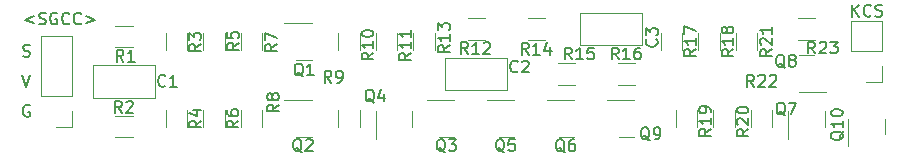
<source format=gbr>
%TF.GenerationSoftware,KiCad,Pcbnew,(6.0.10)*%
%TF.CreationDate,2023-01-19T16:24:11+09:00*%
%TF.ProjectId,Test2,54657374-322e-46b6-9963-61645f706362,rev?*%
%TF.SameCoordinates,Original*%
%TF.FileFunction,Legend,Top*%
%TF.FilePolarity,Positive*%
%FSLAX46Y46*%
G04 Gerber Fmt 4.6, Leading zero omitted, Abs format (unit mm)*
G04 Created by KiCad (PCBNEW (6.0.10)) date 2023-01-19 16:24:11*
%MOMM*%
%LPD*%
G01*
G04 APERTURE LIST*
%ADD10C,0.150000*%
%ADD11C,0.120000*%
G04 APERTURE END LIST*
D10*
X27935514Y-17362514D02*
X27173609Y-17648228D01*
X27935514Y-17933942D01*
X28364085Y-17981561D02*
X28506942Y-18029180D01*
X28745038Y-18029180D01*
X28840276Y-17981561D01*
X28887895Y-17933942D01*
X28935514Y-17838704D01*
X28935514Y-17743466D01*
X28887895Y-17648228D01*
X28840276Y-17600609D01*
X28745038Y-17552990D01*
X28554561Y-17505371D01*
X28459323Y-17457752D01*
X28411704Y-17410133D01*
X28364085Y-17314895D01*
X28364085Y-17219657D01*
X28411704Y-17124419D01*
X28459323Y-17076800D01*
X28554561Y-17029180D01*
X28792657Y-17029180D01*
X28935514Y-17076800D01*
X29887895Y-17076800D02*
X29792657Y-17029180D01*
X29649799Y-17029180D01*
X29506942Y-17076800D01*
X29411704Y-17172038D01*
X29364085Y-17267276D01*
X29316466Y-17457752D01*
X29316466Y-17600609D01*
X29364085Y-17791085D01*
X29411704Y-17886323D01*
X29506942Y-17981561D01*
X29649799Y-18029180D01*
X29745038Y-18029180D01*
X29887895Y-17981561D01*
X29935514Y-17933942D01*
X29935514Y-17600609D01*
X29745038Y-17600609D01*
X30935514Y-17933942D02*
X30887895Y-17981561D01*
X30745038Y-18029180D01*
X30649799Y-18029180D01*
X30506942Y-17981561D01*
X30411704Y-17886323D01*
X30364085Y-17791085D01*
X30316466Y-17600609D01*
X30316466Y-17457752D01*
X30364085Y-17267276D01*
X30411704Y-17172038D01*
X30506942Y-17076800D01*
X30649799Y-17029180D01*
X30745038Y-17029180D01*
X30887895Y-17076800D01*
X30935514Y-17124419D01*
X31935514Y-17933942D02*
X31887895Y-17981561D01*
X31745038Y-18029180D01*
X31649799Y-18029180D01*
X31506942Y-17981561D01*
X31411704Y-17886323D01*
X31364085Y-17791085D01*
X31316466Y-17600609D01*
X31316466Y-17457752D01*
X31364085Y-17267276D01*
X31411704Y-17172038D01*
X31506942Y-17076800D01*
X31649799Y-17029180D01*
X31745038Y-17029180D01*
X31887895Y-17076800D01*
X31935514Y-17124419D01*
X32364085Y-17362514D02*
X33125990Y-17648228D01*
X32364085Y-17933942D01*
X26971666Y-22312380D02*
X27305000Y-23312380D01*
X27638333Y-22312380D01*
X27019285Y-20724761D02*
X27162142Y-20772380D01*
X27400238Y-20772380D01*
X27495476Y-20724761D01*
X27543095Y-20677142D01*
X27590714Y-20581904D01*
X27590714Y-20486666D01*
X27543095Y-20391428D01*
X27495476Y-20343809D01*
X27400238Y-20296190D01*
X27209761Y-20248571D01*
X27114523Y-20200952D01*
X27066904Y-20153333D01*
X27019285Y-20058095D01*
X27019285Y-19962857D01*
X27066904Y-19867619D01*
X27114523Y-19820000D01*
X27209761Y-19772380D01*
X27447857Y-19772380D01*
X27590714Y-19820000D01*
%TO.C,C1*%
X39076333Y-23217142D02*
X39028714Y-23264761D01*
X38885857Y-23312380D01*
X38790619Y-23312380D01*
X38647761Y-23264761D01*
X38552523Y-23169523D01*
X38504904Y-23074285D01*
X38457285Y-22883809D01*
X38457285Y-22740952D01*
X38504904Y-22550476D01*
X38552523Y-22455238D01*
X38647761Y-22360000D01*
X38790619Y-22312380D01*
X38885857Y-22312380D01*
X39028714Y-22360000D01*
X39076333Y-22407619D01*
X40028714Y-23312380D02*
X39457285Y-23312380D01*
X39743000Y-23312380D02*
X39743000Y-22312380D01*
X39647761Y-22455238D01*
X39552523Y-22550476D01*
X39457285Y-22598095D01*
%TO.C,C3*%
X80646542Y-19292866D02*
X80694161Y-19340485D01*
X80741780Y-19483342D01*
X80741780Y-19578580D01*
X80694161Y-19721438D01*
X80598923Y-19816676D01*
X80503685Y-19864295D01*
X80313209Y-19911914D01*
X80170352Y-19911914D01*
X79979876Y-19864295D01*
X79884638Y-19816676D01*
X79789400Y-19721438D01*
X79741780Y-19578580D01*
X79741780Y-19483342D01*
X79789400Y-19340485D01*
X79837019Y-19292866D01*
X79741780Y-18959533D02*
X79741780Y-18340485D01*
X80122733Y-18673819D01*
X80122733Y-18530961D01*
X80170352Y-18435723D01*
X80217971Y-18388104D01*
X80313209Y-18340485D01*
X80551304Y-18340485D01*
X80646542Y-18388104D01*
X80694161Y-18435723D01*
X80741780Y-18530961D01*
X80741780Y-18816676D01*
X80694161Y-18911914D01*
X80646542Y-18959533D01*
%TO.C,C2*%
X68895933Y-21997942D02*
X68848314Y-22045561D01*
X68705457Y-22093180D01*
X68610219Y-22093180D01*
X68467361Y-22045561D01*
X68372123Y-21950323D01*
X68324504Y-21855085D01*
X68276885Y-21664609D01*
X68276885Y-21521752D01*
X68324504Y-21331276D01*
X68372123Y-21236038D01*
X68467361Y-21140800D01*
X68610219Y-21093180D01*
X68705457Y-21093180D01*
X68848314Y-21140800D01*
X68895933Y-21188419D01*
X69276885Y-21188419D02*
X69324504Y-21140800D01*
X69419742Y-21093180D01*
X69657838Y-21093180D01*
X69753076Y-21140800D01*
X69800695Y-21188419D01*
X69848314Y-21283657D01*
X69848314Y-21378895D01*
X69800695Y-21521752D01*
X69229266Y-22093180D01*
X69848314Y-22093180D01*
%TO.C,KCS*%
X97237704Y-17368780D02*
X97237704Y-16368780D01*
X97809133Y-17368780D02*
X97380561Y-16797352D01*
X97809133Y-16368780D02*
X97237704Y-16940209D01*
X98809133Y-17273542D02*
X98761514Y-17321161D01*
X98618657Y-17368780D01*
X98523419Y-17368780D01*
X98380561Y-17321161D01*
X98285323Y-17225923D01*
X98237704Y-17130685D01*
X98190085Y-16940209D01*
X98190085Y-16797352D01*
X98237704Y-16606876D01*
X98285323Y-16511638D01*
X98380561Y-16416400D01*
X98523419Y-16368780D01*
X98618657Y-16368780D01*
X98761514Y-16416400D01*
X98809133Y-16464019D01*
X99190085Y-17321161D02*
X99332942Y-17368780D01*
X99571038Y-17368780D01*
X99666276Y-17321161D01*
X99713895Y-17273542D01*
X99761514Y-17178304D01*
X99761514Y-17083066D01*
X99713895Y-16987828D01*
X99666276Y-16940209D01*
X99571038Y-16892590D01*
X99380561Y-16844971D01*
X99285323Y-16797352D01*
X99237704Y-16749733D01*
X99190085Y-16654495D01*
X99190085Y-16559257D01*
X99237704Y-16464019D01*
X99285323Y-16416400D01*
X99380561Y-16368780D01*
X99618657Y-16368780D01*
X99761514Y-16416400D01*
%TO.C,G*%
X27566904Y-24900000D02*
X27471666Y-24852380D01*
X27328809Y-24852380D01*
X27185952Y-24900000D01*
X27090714Y-24995238D01*
X27043095Y-25090476D01*
X26995476Y-25280952D01*
X26995476Y-25423809D01*
X27043095Y-25614285D01*
X27090714Y-25709523D01*
X27185952Y-25804761D01*
X27328809Y-25852380D01*
X27424047Y-25852380D01*
X27566904Y-25804761D01*
X27614523Y-25757142D01*
X27614523Y-25423809D01*
X27424047Y-25423809D01*
%TO.C,Q10*%
X96508819Y-27089028D02*
X96461200Y-27184266D01*
X96365961Y-27279504D01*
X96223104Y-27422361D01*
X96175485Y-27517600D01*
X96175485Y-27612838D01*
X96413580Y-27565219D02*
X96365961Y-27660457D01*
X96270723Y-27755695D01*
X96080247Y-27803314D01*
X95746914Y-27803314D01*
X95556438Y-27755695D01*
X95461200Y-27660457D01*
X95413580Y-27565219D01*
X95413580Y-27374742D01*
X95461200Y-27279504D01*
X95556438Y-27184266D01*
X95746914Y-27136647D01*
X96080247Y-27136647D01*
X96270723Y-27184266D01*
X96365961Y-27279504D01*
X96413580Y-27374742D01*
X96413580Y-27565219D01*
X96413580Y-26184266D02*
X96413580Y-26755695D01*
X96413580Y-26469980D02*
X95413580Y-26469980D01*
X95556438Y-26565219D01*
X95651676Y-26660457D01*
X95699295Y-26755695D01*
X95413580Y-25565219D02*
X95413580Y-25469980D01*
X95461200Y-25374742D01*
X95508819Y-25327123D01*
X95604057Y-25279504D01*
X95794533Y-25231885D01*
X96032628Y-25231885D01*
X96223104Y-25279504D01*
X96318342Y-25327123D01*
X96365961Y-25374742D01*
X96413580Y-25469980D01*
X96413580Y-25565219D01*
X96365961Y-25660457D01*
X96318342Y-25708076D01*
X96223104Y-25755695D01*
X96032628Y-25803314D01*
X95794533Y-25803314D01*
X95604057Y-25755695D01*
X95508819Y-25708076D01*
X95461200Y-25660457D01*
X95413580Y-25565219D01*
%TO.C,Q9*%
X80067161Y-27852619D02*
X79971923Y-27805000D01*
X79876685Y-27709761D01*
X79733828Y-27566904D01*
X79638590Y-27519285D01*
X79543352Y-27519285D01*
X79590971Y-27757380D02*
X79495733Y-27709761D01*
X79400495Y-27614523D01*
X79352876Y-27424047D01*
X79352876Y-27090714D01*
X79400495Y-26900238D01*
X79495733Y-26805000D01*
X79590971Y-26757380D01*
X79781447Y-26757380D01*
X79876685Y-26805000D01*
X79971923Y-26900238D01*
X80019542Y-27090714D01*
X80019542Y-27424047D01*
X79971923Y-27614523D01*
X79876685Y-27709761D01*
X79781447Y-27757380D01*
X79590971Y-27757380D01*
X80495733Y-27757380D02*
X80686209Y-27757380D01*
X80781447Y-27709761D01*
X80829066Y-27662142D01*
X80924304Y-27519285D01*
X80971923Y-27328809D01*
X80971923Y-26947857D01*
X80924304Y-26852619D01*
X80876685Y-26805000D01*
X80781447Y-26757380D01*
X80590971Y-26757380D01*
X80495733Y-26805000D01*
X80448114Y-26852619D01*
X80400495Y-26947857D01*
X80400495Y-27185952D01*
X80448114Y-27281190D01*
X80495733Y-27328809D01*
X80590971Y-27376428D01*
X80781447Y-27376428D01*
X80876685Y-27328809D01*
X80924304Y-27281190D01*
X80971923Y-27185952D01*
%TO.C,Q8*%
X91522561Y-21705819D02*
X91427323Y-21658200D01*
X91332085Y-21562961D01*
X91189228Y-21420104D01*
X91093990Y-21372485D01*
X90998752Y-21372485D01*
X91046371Y-21610580D02*
X90951133Y-21562961D01*
X90855895Y-21467723D01*
X90808276Y-21277247D01*
X90808276Y-20943914D01*
X90855895Y-20753438D01*
X90951133Y-20658200D01*
X91046371Y-20610580D01*
X91236847Y-20610580D01*
X91332085Y-20658200D01*
X91427323Y-20753438D01*
X91474942Y-20943914D01*
X91474942Y-21277247D01*
X91427323Y-21467723D01*
X91332085Y-21562961D01*
X91236847Y-21610580D01*
X91046371Y-21610580D01*
X92046371Y-21039152D02*
X91951133Y-20991533D01*
X91903514Y-20943914D01*
X91855895Y-20848676D01*
X91855895Y-20801057D01*
X91903514Y-20705819D01*
X91951133Y-20658200D01*
X92046371Y-20610580D01*
X92236847Y-20610580D01*
X92332085Y-20658200D01*
X92379704Y-20705819D01*
X92427323Y-20801057D01*
X92427323Y-20848676D01*
X92379704Y-20943914D01*
X92332085Y-20991533D01*
X92236847Y-21039152D01*
X92046371Y-21039152D01*
X91951133Y-21086771D01*
X91903514Y-21134390D01*
X91855895Y-21229628D01*
X91855895Y-21420104D01*
X91903514Y-21515342D01*
X91951133Y-21562961D01*
X92046371Y-21610580D01*
X92236847Y-21610580D01*
X92332085Y-21562961D01*
X92379704Y-21515342D01*
X92427323Y-21420104D01*
X92427323Y-21229628D01*
X92379704Y-21134390D01*
X92332085Y-21086771D01*
X92236847Y-21039152D01*
%TO.C,Q7*%
X91547961Y-25744419D02*
X91452723Y-25696800D01*
X91357485Y-25601561D01*
X91214628Y-25458704D01*
X91119390Y-25411085D01*
X91024152Y-25411085D01*
X91071771Y-25649180D02*
X90976533Y-25601561D01*
X90881295Y-25506323D01*
X90833676Y-25315847D01*
X90833676Y-24982514D01*
X90881295Y-24792038D01*
X90976533Y-24696800D01*
X91071771Y-24649180D01*
X91262247Y-24649180D01*
X91357485Y-24696800D01*
X91452723Y-24792038D01*
X91500342Y-24982514D01*
X91500342Y-25315847D01*
X91452723Y-25506323D01*
X91357485Y-25601561D01*
X91262247Y-25649180D01*
X91071771Y-25649180D01*
X91833676Y-24649180D02*
X92500342Y-24649180D01*
X92071771Y-25649180D01*
%TO.C,Q6*%
X72878961Y-28868619D02*
X72783723Y-28821000D01*
X72688485Y-28725761D01*
X72545628Y-28582904D01*
X72450390Y-28535285D01*
X72355152Y-28535285D01*
X72402771Y-28773380D02*
X72307533Y-28725761D01*
X72212295Y-28630523D01*
X72164676Y-28440047D01*
X72164676Y-28106714D01*
X72212295Y-27916238D01*
X72307533Y-27821000D01*
X72402771Y-27773380D01*
X72593247Y-27773380D01*
X72688485Y-27821000D01*
X72783723Y-27916238D01*
X72831342Y-28106714D01*
X72831342Y-28440047D01*
X72783723Y-28630523D01*
X72688485Y-28725761D01*
X72593247Y-28773380D01*
X72402771Y-28773380D01*
X73688485Y-27773380D02*
X73498009Y-27773380D01*
X73402771Y-27821000D01*
X73355152Y-27868619D01*
X73259914Y-28011476D01*
X73212295Y-28201952D01*
X73212295Y-28582904D01*
X73259914Y-28678142D01*
X73307533Y-28725761D01*
X73402771Y-28773380D01*
X73593247Y-28773380D01*
X73688485Y-28725761D01*
X73736104Y-28678142D01*
X73783723Y-28582904D01*
X73783723Y-28344809D01*
X73736104Y-28249571D01*
X73688485Y-28201952D01*
X73593247Y-28154333D01*
X73402771Y-28154333D01*
X73307533Y-28201952D01*
X73259914Y-28249571D01*
X73212295Y-28344809D01*
%TO.C,Q5*%
X67773561Y-28843219D02*
X67678323Y-28795600D01*
X67583085Y-28700361D01*
X67440228Y-28557504D01*
X67344990Y-28509885D01*
X67249752Y-28509885D01*
X67297371Y-28747980D02*
X67202133Y-28700361D01*
X67106895Y-28605123D01*
X67059276Y-28414647D01*
X67059276Y-28081314D01*
X67106895Y-27890838D01*
X67202133Y-27795600D01*
X67297371Y-27747980D01*
X67487847Y-27747980D01*
X67583085Y-27795600D01*
X67678323Y-27890838D01*
X67725942Y-28081314D01*
X67725942Y-28414647D01*
X67678323Y-28605123D01*
X67583085Y-28700361D01*
X67487847Y-28747980D01*
X67297371Y-28747980D01*
X68630704Y-27747980D02*
X68154514Y-27747980D01*
X68106895Y-28224171D01*
X68154514Y-28176552D01*
X68249752Y-28128933D01*
X68487847Y-28128933D01*
X68583085Y-28176552D01*
X68630704Y-28224171D01*
X68678323Y-28319409D01*
X68678323Y-28557504D01*
X68630704Y-28652742D01*
X68583085Y-28700361D01*
X68487847Y-28747980D01*
X68249752Y-28747980D01*
X68154514Y-28700361D01*
X68106895Y-28652742D01*
%TO.C,Q4*%
X56749961Y-24652219D02*
X56654723Y-24604600D01*
X56559485Y-24509361D01*
X56416628Y-24366504D01*
X56321390Y-24318885D01*
X56226152Y-24318885D01*
X56273771Y-24556980D02*
X56178533Y-24509361D01*
X56083295Y-24414123D01*
X56035676Y-24223647D01*
X56035676Y-23890314D01*
X56083295Y-23699838D01*
X56178533Y-23604600D01*
X56273771Y-23556980D01*
X56464247Y-23556980D01*
X56559485Y-23604600D01*
X56654723Y-23699838D01*
X56702342Y-23890314D01*
X56702342Y-24223647D01*
X56654723Y-24414123D01*
X56559485Y-24509361D01*
X56464247Y-24556980D01*
X56273771Y-24556980D01*
X57559485Y-23890314D02*
X57559485Y-24556980D01*
X57321390Y-23509361D02*
X57083295Y-24223647D01*
X57702342Y-24223647D01*
%TO.C,Q3*%
X62769761Y-28843219D02*
X62674523Y-28795600D01*
X62579285Y-28700361D01*
X62436428Y-28557504D01*
X62341190Y-28509885D01*
X62245952Y-28509885D01*
X62293571Y-28747980D02*
X62198333Y-28700361D01*
X62103095Y-28605123D01*
X62055476Y-28414647D01*
X62055476Y-28081314D01*
X62103095Y-27890838D01*
X62198333Y-27795600D01*
X62293571Y-27747980D01*
X62484047Y-27747980D01*
X62579285Y-27795600D01*
X62674523Y-27890838D01*
X62722142Y-28081314D01*
X62722142Y-28414647D01*
X62674523Y-28605123D01*
X62579285Y-28700361D01*
X62484047Y-28747980D01*
X62293571Y-28747980D01*
X63055476Y-27747980D02*
X63674523Y-27747980D01*
X63341190Y-28128933D01*
X63484047Y-28128933D01*
X63579285Y-28176552D01*
X63626904Y-28224171D01*
X63674523Y-28319409D01*
X63674523Y-28557504D01*
X63626904Y-28652742D01*
X63579285Y-28700361D01*
X63484047Y-28747980D01*
X63198333Y-28747980D01*
X63103095Y-28700361D01*
X63055476Y-28652742D01*
%TO.C,Q2*%
X50628561Y-28843219D02*
X50533323Y-28795600D01*
X50438085Y-28700361D01*
X50295228Y-28557504D01*
X50199990Y-28509885D01*
X50104752Y-28509885D01*
X50152371Y-28747980D02*
X50057133Y-28700361D01*
X49961895Y-28605123D01*
X49914276Y-28414647D01*
X49914276Y-28081314D01*
X49961895Y-27890838D01*
X50057133Y-27795600D01*
X50152371Y-27747980D01*
X50342847Y-27747980D01*
X50438085Y-27795600D01*
X50533323Y-27890838D01*
X50580942Y-28081314D01*
X50580942Y-28414647D01*
X50533323Y-28605123D01*
X50438085Y-28700361D01*
X50342847Y-28747980D01*
X50152371Y-28747980D01*
X50961895Y-27843219D02*
X51009514Y-27795600D01*
X51104752Y-27747980D01*
X51342847Y-27747980D01*
X51438085Y-27795600D01*
X51485704Y-27843219D01*
X51533323Y-27938457D01*
X51533323Y-28033695D01*
X51485704Y-28176552D01*
X50914276Y-28747980D01*
X51533323Y-28747980D01*
%TO.C,Q1*%
X50730161Y-22442419D02*
X50634923Y-22394800D01*
X50539685Y-22299561D01*
X50396828Y-22156704D01*
X50301590Y-22109085D01*
X50206352Y-22109085D01*
X50253971Y-22347180D02*
X50158733Y-22299561D01*
X50063495Y-22204323D01*
X50015876Y-22013847D01*
X50015876Y-21680514D01*
X50063495Y-21490038D01*
X50158733Y-21394800D01*
X50253971Y-21347180D01*
X50444447Y-21347180D01*
X50539685Y-21394800D01*
X50634923Y-21490038D01*
X50682542Y-21680514D01*
X50682542Y-22013847D01*
X50634923Y-22204323D01*
X50539685Y-22299561D01*
X50444447Y-22347180D01*
X50253971Y-22347180D01*
X51634923Y-22347180D02*
X51063495Y-22347180D01*
X51349209Y-22347180D02*
X51349209Y-21347180D01*
X51253971Y-21490038D01*
X51158733Y-21585276D01*
X51063495Y-21632895D01*
%TO.C,R8*%
X48686980Y-24830066D02*
X48210790Y-25163400D01*
X48686980Y-25401495D02*
X47686980Y-25401495D01*
X47686980Y-25020542D01*
X47734600Y-24925304D01*
X47782219Y-24877685D01*
X47877457Y-24830066D01*
X48020314Y-24830066D01*
X48115552Y-24877685D01*
X48163171Y-24925304D01*
X48210790Y-25020542D01*
X48210790Y-25401495D01*
X48115552Y-24258638D02*
X48067933Y-24353876D01*
X48020314Y-24401495D01*
X47925076Y-24449114D01*
X47877457Y-24449114D01*
X47782219Y-24401495D01*
X47734600Y-24353876D01*
X47686980Y-24258638D01*
X47686980Y-24068161D01*
X47734600Y-23972923D01*
X47782219Y-23925304D01*
X47877457Y-23877685D01*
X47925076Y-23877685D01*
X48020314Y-23925304D01*
X48067933Y-23972923D01*
X48115552Y-24068161D01*
X48115552Y-24258638D01*
X48163171Y-24353876D01*
X48210790Y-24401495D01*
X48306028Y-24449114D01*
X48496504Y-24449114D01*
X48591742Y-24401495D01*
X48639361Y-24353876D01*
X48686980Y-24258638D01*
X48686980Y-24068161D01*
X48639361Y-23972923D01*
X48591742Y-23925304D01*
X48496504Y-23877685D01*
X48306028Y-23877685D01*
X48210790Y-23925304D01*
X48163171Y-23972923D01*
X48115552Y-24068161D01*
%TO.C,R7*%
X48483780Y-19724666D02*
X48007590Y-20058000D01*
X48483780Y-20296095D02*
X47483780Y-20296095D01*
X47483780Y-19915142D01*
X47531400Y-19819904D01*
X47579019Y-19772285D01*
X47674257Y-19724666D01*
X47817114Y-19724666D01*
X47912352Y-19772285D01*
X47959971Y-19819904D01*
X48007590Y-19915142D01*
X48007590Y-20296095D01*
X47483780Y-19391333D02*
X47483780Y-18724666D01*
X48483780Y-19153238D01*
%TO.C,R6*%
X45257980Y-26176266D02*
X44781790Y-26509600D01*
X45257980Y-26747695D02*
X44257980Y-26747695D01*
X44257980Y-26366742D01*
X44305600Y-26271504D01*
X44353219Y-26223885D01*
X44448457Y-26176266D01*
X44591314Y-26176266D01*
X44686552Y-26223885D01*
X44734171Y-26271504D01*
X44781790Y-26366742D01*
X44781790Y-26747695D01*
X44257980Y-25319123D02*
X44257980Y-25509600D01*
X44305600Y-25604838D01*
X44353219Y-25652457D01*
X44496076Y-25747695D01*
X44686552Y-25795314D01*
X45067504Y-25795314D01*
X45162742Y-25747695D01*
X45210361Y-25700076D01*
X45257980Y-25604838D01*
X45257980Y-25414361D01*
X45210361Y-25319123D01*
X45162742Y-25271504D01*
X45067504Y-25223885D01*
X44829409Y-25223885D01*
X44734171Y-25271504D01*
X44686552Y-25319123D01*
X44638933Y-25414361D01*
X44638933Y-25604838D01*
X44686552Y-25700076D01*
X44734171Y-25747695D01*
X44829409Y-25795314D01*
%TO.C,R23*%
X94073742Y-20492980D02*
X93740409Y-20016790D01*
X93502314Y-20492980D02*
X93502314Y-19492980D01*
X93883266Y-19492980D01*
X93978504Y-19540600D01*
X94026123Y-19588219D01*
X94073742Y-19683457D01*
X94073742Y-19826314D01*
X94026123Y-19921552D01*
X93978504Y-19969171D01*
X93883266Y-20016790D01*
X93502314Y-20016790D01*
X94454695Y-19588219D02*
X94502314Y-19540600D01*
X94597552Y-19492980D01*
X94835647Y-19492980D01*
X94930885Y-19540600D01*
X94978504Y-19588219D01*
X95026123Y-19683457D01*
X95026123Y-19778695D01*
X94978504Y-19921552D01*
X94407076Y-20492980D01*
X95026123Y-20492980D01*
X95359457Y-19492980D02*
X95978504Y-19492980D01*
X95645171Y-19873933D01*
X95788028Y-19873933D01*
X95883266Y-19921552D01*
X95930885Y-19969171D01*
X95978504Y-20064409D01*
X95978504Y-20302504D01*
X95930885Y-20397742D01*
X95883266Y-20445361D01*
X95788028Y-20492980D01*
X95502314Y-20492980D01*
X95407076Y-20445361D01*
X95359457Y-20397742D01*
%TO.C,R4*%
X42108380Y-26176266D02*
X41632190Y-26509600D01*
X42108380Y-26747695D02*
X41108380Y-26747695D01*
X41108380Y-26366742D01*
X41156000Y-26271504D01*
X41203619Y-26223885D01*
X41298857Y-26176266D01*
X41441714Y-26176266D01*
X41536952Y-26223885D01*
X41584571Y-26271504D01*
X41632190Y-26366742D01*
X41632190Y-26747695D01*
X41441714Y-25319123D02*
X42108380Y-25319123D01*
X41060761Y-25557219D02*
X41775047Y-25795314D01*
X41775047Y-25176266D01*
%TO.C,R3*%
X42082980Y-19699266D02*
X41606790Y-20032600D01*
X42082980Y-20270695D02*
X41082980Y-20270695D01*
X41082980Y-19889742D01*
X41130600Y-19794504D01*
X41178219Y-19746885D01*
X41273457Y-19699266D01*
X41416314Y-19699266D01*
X41511552Y-19746885D01*
X41559171Y-19794504D01*
X41606790Y-19889742D01*
X41606790Y-20270695D01*
X41082980Y-19365933D02*
X41082980Y-18746885D01*
X41463933Y-19080219D01*
X41463933Y-18937361D01*
X41511552Y-18842123D01*
X41559171Y-18794504D01*
X41654409Y-18746885D01*
X41892504Y-18746885D01*
X41987742Y-18794504D01*
X42035361Y-18842123D01*
X42082980Y-18937361D01*
X42082980Y-19223076D01*
X42035361Y-19318314D01*
X41987742Y-19365933D01*
%TO.C,R2*%
X35367933Y-25522180D02*
X35034600Y-25045990D01*
X34796504Y-25522180D02*
X34796504Y-24522180D01*
X35177457Y-24522180D01*
X35272695Y-24569800D01*
X35320314Y-24617419D01*
X35367933Y-24712657D01*
X35367933Y-24855514D01*
X35320314Y-24950752D01*
X35272695Y-24998371D01*
X35177457Y-25045990D01*
X34796504Y-25045990D01*
X35748885Y-24617419D02*
X35796504Y-24569800D01*
X35891742Y-24522180D01*
X36129838Y-24522180D01*
X36225076Y-24569800D01*
X36272695Y-24617419D01*
X36320314Y-24712657D01*
X36320314Y-24807895D01*
X36272695Y-24950752D01*
X35701266Y-25522180D01*
X36320314Y-25522180D01*
%TO.C,R1*%
X35520333Y-21178780D02*
X35187000Y-20702590D01*
X34948904Y-21178780D02*
X34948904Y-20178780D01*
X35329857Y-20178780D01*
X35425095Y-20226400D01*
X35472714Y-20274019D01*
X35520333Y-20369257D01*
X35520333Y-20512114D01*
X35472714Y-20607352D01*
X35425095Y-20654971D01*
X35329857Y-20702590D01*
X34948904Y-20702590D01*
X36472714Y-21178780D02*
X35901285Y-21178780D01*
X36187000Y-21178780D02*
X36187000Y-20178780D01*
X36091761Y-20321638D01*
X35996523Y-20416876D01*
X35901285Y-20464495D01*
%TO.C,R22*%
X88892142Y-23312380D02*
X88558809Y-22836190D01*
X88320714Y-23312380D02*
X88320714Y-22312380D01*
X88701666Y-22312380D01*
X88796904Y-22360000D01*
X88844523Y-22407619D01*
X88892142Y-22502857D01*
X88892142Y-22645714D01*
X88844523Y-22740952D01*
X88796904Y-22788571D01*
X88701666Y-22836190D01*
X88320714Y-22836190D01*
X89273095Y-22407619D02*
X89320714Y-22360000D01*
X89415952Y-22312380D01*
X89654047Y-22312380D01*
X89749285Y-22360000D01*
X89796904Y-22407619D01*
X89844523Y-22502857D01*
X89844523Y-22598095D01*
X89796904Y-22740952D01*
X89225476Y-23312380D01*
X89844523Y-23312380D01*
X90225476Y-22407619D02*
X90273095Y-22360000D01*
X90368333Y-22312380D01*
X90606428Y-22312380D01*
X90701666Y-22360000D01*
X90749285Y-22407619D01*
X90796904Y-22502857D01*
X90796904Y-22598095D01*
X90749285Y-22740952D01*
X90177857Y-23312380D01*
X90796904Y-23312380D01*
%TO.C,R21*%
X90419180Y-20150057D02*
X89942990Y-20483390D01*
X90419180Y-20721485D02*
X89419180Y-20721485D01*
X89419180Y-20340533D01*
X89466800Y-20245295D01*
X89514419Y-20197676D01*
X89609657Y-20150057D01*
X89752514Y-20150057D01*
X89847752Y-20197676D01*
X89895371Y-20245295D01*
X89942990Y-20340533D01*
X89942990Y-20721485D01*
X89514419Y-19769104D02*
X89466800Y-19721485D01*
X89419180Y-19626247D01*
X89419180Y-19388152D01*
X89466800Y-19292914D01*
X89514419Y-19245295D01*
X89609657Y-19197676D01*
X89704895Y-19197676D01*
X89847752Y-19245295D01*
X90419180Y-19816723D01*
X90419180Y-19197676D01*
X90419180Y-18245295D02*
X90419180Y-18816723D01*
X90419180Y-18531009D02*
X89419180Y-18531009D01*
X89562038Y-18626247D01*
X89657276Y-18721485D01*
X89704895Y-18816723D01*
%TO.C,R20*%
X88437980Y-26906457D02*
X87961790Y-27239790D01*
X88437980Y-27477885D02*
X87437980Y-27477885D01*
X87437980Y-27096933D01*
X87485600Y-27001695D01*
X87533219Y-26954076D01*
X87628457Y-26906457D01*
X87771314Y-26906457D01*
X87866552Y-26954076D01*
X87914171Y-27001695D01*
X87961790Y-27096933D01*
X87961790Y-27477885D01*
X87533219Y-26525504D02*
X87485600Y-26477885D01*
X87437980Y-26382647D01*
X87437980Y-26144552D01*
X87485600Y-26049314D01*
X87533219Y-26001695D01*
X87628457Y-25954076D01*
X87723695Y-25954076D01*
X87866552Y-26001695D01*
X88437980Y-26573123D01*
X88437980Y-25954076D01*
X87437980Y-25335028D02*
X87437980Y-25239790D01*
X87485600Y-25144552D01*
X87533219Y-25096933D01*
X87628457Y-25049314D01*
X87818933Y-25001695D01*
X88057028Y-25001695D01*
X88247504Y-25049314D01*
X88342742Y-25096933D01*
X88390361Y-25144552D01*
X88437980Y-25239790D01*
X88437980Y-25335028D01*
X88390361Y-25430266D01*
X88342742Y-25477885D01*
X88247504Y-25525504D01*
X88057028Y-25573123D01*
X87818933Y-25573123D01*
X87628457Y-25525504D01*
X87533219Y-25477885D01*
X87485600Y-25430266D01*
X87437980Y-25335028D01*
%TO.C,R19*%
X85262980Y-26881057D02*
X84786790Y-27214390D01*
X85262980Y-27452485D02*
X84262980Y-27452485D01*
X84262980Y-27071533D01*
X84310600Y-26976295D01*
X84358219Y-26928676D01*
X84453457Y-26881057D01*
X84596314Y-26881057D01*
X84691552Y-26928676D01*
X84739171Y-26976295D01*
X84786790Y-27071533D01*
X84786790Y-27452485D01*
X85262980Y-25928676D02*
X85262980Y-26500104D01*
X85262980Y-26214390D02*
X84262980Y-26214390D01*
X84405838Y-26309628D01*
X84501076Y-26404866D01*
X84548695Y-26500104D01*
X85262980Y-25452485D02*
X85262980Y-25262009D01*
X85215361Y-25166771D01*
X85167742Y-25119152D01*
X85024885Y-25023914D01*
X84834409Y-24976295D01*
X84453457Y-24976295D01*
X84358219Y-25023914D01*
X84310600Y-25071533D01*
X84262980Y-25166771D01*
X84262980Y-25357247D01*
X84310600Y-25452485D01*
X84358219Y-25500104D01*
X84453457Y-25547723D01*
X84691552Y-25547723D01*
X84786790Y-25500104D01*
X84834409Y-25452485D01*
X84882028Y-25357247D01*
X84882028Y-25166771D01*
X84834409Y-25071533D01*
X84786790Y-25023914D01*
X84691552Y-24976295D01*
%TO.C,R18*%
X87167980Y-20124657D02*
X86691790Y-20457990D01*
X87167980Y-20696085D02*
X86167980Y-20696085D01*
X86167980Y-20315133D01*
X86215600Y-20219895D01*
X86263219Y-20172276D01*
X86358457Y-20124657D01*
X86501314Y-20124657D01*
X86596552Y-20172276D01*
X86644171Y-20219895D01*
X86691790Y-20315133D01*
X86691790Y-20696085D01*
X87167980Y-19172276D02*
X87167980Y-19743704D01*
X87167980Y-19457990D02*
X86167980Y-19457990D01*
X86310838Y-19553228D01*
X86406076Y-19648466D01*
X86453695Y-19743704D01*
X86596552Y-18600847D02*
X86548933Y-18696085D01*
X86501314Y-18743704D01*
X86406076Y-18791323D01*
X86358457Y-18791323D01*
X86263219Y-18743704D01*
X86215600Y-18696085D01*
X86167980Y-18600847D01*
X86167980Y-18410371D01*
X86215600Y-18315133D01*
X86263219Y-18267514D01*
X86358457Y-18219895D01*
X86406076Y-18219895D01*
X86501314Y-18267514D01*
X86548933Y-18315133D01*
X86596552Y-18410371D01*
X86596552Y-18600847D01*
X86644171Y-18696085D01*
X86691790Y-18743704D01*
X86787028Y-18791323D01*
X86977504Y-18791323D01*
X87072742Y-18743704D01*
X87120361Y-18696085D01*
X87167980Y-18600847D01*
X87167980Y-18410371D01*
X87120361Y-18315133D01*
X87072742Y-18267514D01*
X86977504Y-18219895D01*
X86787028Y-18219895D01*
X86691790Y-18267514D01*
X86644171Y-18315133D01*
X86596552Y-18410371D01*
%TO.C,R17*%
X83992980Y-20124657D02*
X83516790Y-20457990D01*
X83992980Y-20696085D02*
X82992980Y-20696085D01*
X82992980Y-20315133D01*
X83040600Y-20219895D01*
X83088219Y-20172276D01*
X83183457Y-20124657D01*
X83326314Y-20124657D01*
X83421552Y-20172276D01*
X83469171Y-20219895D01*
X83516790Y-20315133D01*
X83516790Y-20696085D01*
X83992980Y-19172276D02*
X83992980Y-19743704D01*
X83992980Y-19457990D02*
X82992980Y-19457990D01*
X83135838Y-19553228D01*
X83231076Y-19648466D01*
X83278695Y-19743704D01*
X82992980Y-18838942D02*
X82992980Y-18172276D01*
X83992980Y-18600847D01*
%TO.C,R16*%
X77436742Y-21000980D02*
X77103409Y-20524790D01*
X76865314Y-21000980D02*
X76865314Y-20000980D01*
X77246266Y-20000980D01*
X77341504Y-20048600D01*
X77389123Y-20096219D01*
X77436742Y-20191457D01*
X77436742Y-20334314D01*
X77389123Y-20429552D01*
X77341504Y-20477171D01*
X77246266Y-20524790D01*
X76865314Y-20524790D01*
X78389123Y-21000980D02*
X77817695Y-21000980D01*
X78103409Y-21000980D02*
X78103409Y-20000980D01*
X78008171Y-20143838D01*
X77912933Y-20239076D01*
X77817695Y-20286695D01*
X79246266Y-20000980D02*
X79055790Y-20000980D01*
X78960552Y-20048600D01*
X78912933Y-20096219D01*
X78817695Y-20239076D01*
X78770076Y-20429552D01*
X78770076Y-20810504D01*
X78817695Y-20905742D01*
X78865314Y-20953361D01*
X78960552Y-21000980D01*
X79151028Y-21000980D01*
X79246266Y-20953361D01*
X79293885Y-20905742D01*
X79341504Y-20810504D01*
X79341504Y-20572409D01*
X79293885Y-20477171D01*
X79246266Y-20429552D01*
X79151028Y-20381933D01*
X78960552Y-20381933D01*
X78865314Y-20429552D01*
X78817695Y-20477171D01*
X78770076Y-20572409D01*
%TO.C,R15*%
X73474342Y-21000980D02*
X73141009Y-20524790D01*
X72902914Y-21000980D02*
X72902914Y-20000980D01*
X73283866Y-20000980D01*
X73379104Y-20048600D01*
X73426723Y-20096219D01*
X73474342Y-20191457D01*
X73474342Y-20334314D01*
X73426723Y-20429552D01*
X73379104Y-20477171D01*
X73283866Y-20524790D01*
X72902914Y-20524790D01*
X74426723Y-21000980D02*
X73855295Y-21000980D01*
X74141009Y-21000980D02*
X74141009Y-20000980D01*
X74045771Y-20143838D01*
X73950533Y-20239076D01*
X73855295Y-20286695D01*
X75331485Y-20000980D02*
X74855295Y-20000980D01*
X74807676Y-20477171D01*
X74855295Y-20429552D01*
X74950533Y-20381933D01*
X75188628Y-20381933D01*
X75283866Y-20429552D01*
X75331485Y-20477171D01*
X75379104Y-20572409D01*
X75379104Y-20810504D01*
X75331485Y-20905742D01*
X75283866Y-20953361D01*
X75188628Y-21000980D01*
X74950533Y-21000980D01*
X74855295Y-20953361D01*
X74807676Y-20905742D01*
%TO.C,R14*%
X69816742Y-20594580D02*
X69483409Y-20118390D01*
X69245314Y-20594580D02*
X69245314Y-19594580D01*
X69626266Y-19594580D01*
X69721504Y-19642200D01*
X69769123Y-19689819D01*
X69816742Y-19785057D01*
X69816742Y-19927914D01*
X69769123Y-20023152D01*
X69721504Y-20070771D01*
X69626266Y-20118390D01*
X69245314Y-20118390D01*
X70769123Y-20594580D02*
X70197695Y-20594580D01*
X70483409Y-20594580D02*
X70483409Y-19594580D01*
X70388171Y-19737438D01*
X70292933Y-19832676D01*
X70197695Y-19880295D01*
X71626266Y-19927914D02*
X71626266Y-20594580D01*
X71388171Y-19546961D02*
X71150076Y-20261247D01*
X71769123Y-20261247D01*
%TO.C,R13*%
X63139580Y-19819857D02*
X62663390Y-20153190D01*
X63139580Y-20391285D02*
X62139580Y-20391285D01*
X62139580Y-20010333D01*
X62187200Y-19915095D01*
X62234819Y-19867476D01*
X62330057Y-19819857D01*
X62472914Y-19819857D01*
X62568152Y-19867476D01*
X62615771Y-19915095D01*
X62663390Y-20010333D01*
X62663390Y-20391285D01*
X63139580Y-18867476D02*
X63139580Y-19438904D01*
X63139580Y-19153190D02*
X62139580Y-19153190D01*
X62282438Y-19248428D01*
X62377676Y-19343666D01*
X62425295Y-19438904D01*
X62139580Y-18534142D02*
X62139580Y-17915095D01*
X62520533Y-18248428D01*
X62520533Y-18105571D01*
X62568152Y-18010333D01*
X62615771Y-17962714D01*
X62711009Y-17915095D01*
X62949104Y-17915095D01*
X63044342Y-17962714D01*
X63091961Y-18010333D01*
X63139580Y-18105571D01*
X63139580Y-18391285D01*
X63091961Y-18486523D01*
X63044342Y-18534142D01*
%TO.C,R12*%
X64685942Y-20543780D02*
X64352609Y-20067590D01*
X64114514Y-20543780D02*
X64114514Y-19543780D01*
X64495466Y-19543780D01*
X64590704Y-19591400D01*
X64638323Y-19639019D01*
X64685942Y-19734257D01*
X64685942Y-19877114D01*
X64638323Y-19972352D01*
X64590704Y-20019971D01*
X64495466Y-20067590D01*
X64114514Y-20067590D01*
X65638323Y-20543780D02*
X65066895Y-20543780D01*
X65352609Y-20543780D02*
X65352609Y-19543780D01*
X65257371Y-19686638D01*
X65162133Y-19781876D01*
X65066895Y-19829495D01*
X66019276Y-19639019D02*
X66066895Y-19591400D01*
X66162133Y-19543780D01*
X66400228Y-19543780D01*
X66495466Y-19591400D01*
X66543085Y-19639019D01*
X66590704Y-19734257D01*
X66590704Y-19829495D01*
X66543085Y-19972352D01*
X65971657Y-20543780D01*
X66590704Y-20543780D01*
%TO.C,R11*%
X59862980Y-20454857D02*
X59386790Y-20788190D01*
X59862980Y-21026285D02*
X58862980Y-21026285D01*
X58862980Y-20645333D01*
X58910600Y-20550095D01*
X58958219Y-20502476D01*
X59053457Y-20454857D01*
X59196314Y-20454857D01*
X59291552Y-20502476D01*
X59339171Y-20550095D01*
X59386790Y-20645333D01*
X59386790Y-21026285D01*
X59862980Y-19502476D02*
X59862980Y-20073904D01*
X59862980Y-19788190D02*
X58862980Y-19788190D01*
X59005838Y-19883428D01*
X59101076Y-19978666D01*
X59148695Y-20073904D01*
X59862980Y-18550095D02*
X59862980Y-19121523D01*
X59862980Y-18835809D02*
X58862980Y-18835809D01*
X59005838Y-18931047D01*
X59101076Y-19026285D01*
X59148695Y-19121523D01*
%TO.C,R10*%
X56687980Y-20429457D02*
X56211790Y-20762790D01*
X56687980Y-21000885D02*
X55687980Y-21000885D01*
X55687980Y-20619933D01*
X55735600Y-20524695D01*
X55783219Y-20477076D01*
X55878457Y-20429457D01*
X56021314Y-20429457D01*
X56116552Y-20477076D01*
X56164171Y-20524695D01*
X56211790Y-20619933D01*
X56211790Y-21000885D01*
X56687980Y-19477076D02*
X56687980Y-20048504D01*
X56687980Y-19762790D02*
X55687980Y-19762790D01*
X55830838Y-19858028D01*
X55926076Y-19953266D01*
X55973695Y-20048504D01*
X55687980Y-18858028D02*
X55687980Y-18762790D01*
X55735600Y-18667552D01*
X55783219Y-18619933D01*
X55878457Y-18572314D01*
X56068933Y-18524695D01*
X56307028Y-18524695D01*
X56497504Y-18572314D01*
X56592742Y-18619933D01*
X56640361Y-18667552D01*
X56687980Y-18762790D01*
X56687980Y-18858028D01*
X56640361Y-18953266D01*
X56592742Y-19000885D01*
X56497504Y-19048504D01*
X56307028Y-19096123D01*
X56068933Y-19096123D01*
X55878457Y-19048504D01*
X55783219Y-19000885D01*
X55735600Y-18953266D01*
X55687980Y-18858028D01*
%TO.C,R9*%
X53122533Y-22956780D02*
X52789200Y-22480590D01*
X52551104Y-22956780D02*
X52551104Y-21956780D01*
X52932057Y-21956780D01*
X53027295Y-22004400D01*
X53074914Y-22052019D01*
X53122533Y-22147257D01*
X53122533Y-22290114D01*
X53074914Y-22385352D01*
X53027295Y-22432971D01*
X52932057Y-22480590D01*
X52551104Y-22480590D01*
X53598723Y-22956780D02*
X53789200Y-22956780D01*
X53884438Y-22909161D01*
X53932057Y-22861542D01*
X54027295Y-22718685D01*
X54074914Y-22528209D01*
X54074914Y-22147257D01*
X54027295Y-22052019D01*
X53979676Y-22004400D01*
X53884438Y-21956780D01*
X53693961Y-21956780D01*
X53598723Y-22004400D01*
X53551104Y-22052019D01*
X53503485Y-22147257D01*
X53503485Y-22385352D01*
X53551104Y-22480590D01*
X53598723Y-22528209D01*
X53693961Y-22575828D01*
X53884438Y-22575828D01*
X53979676Y-22528209D01*
X54027295Y-22480590D01*
X54074914Y-22385352D01*
%TO.C,R5*%
X45283380Y-19597666D02*
X44807190Y-19931000D01*
X45283380Y-20169095D02*
X44283380Y-20169095D01*
X44283380Y-19788142D01*
X44331000Y-19692904D01*
X44378619Y-19645285D01*
X44473857Y-19597666D01*
X44616714Y-19597666D01*
X44711952Y-19645285D01*
X44759571Y-19692904D01*
X44807190Y-19788142D01*
X44807190Y-20169095D01*
X44283380Y-18692904D02*
X44283380Y-19169095D01*
X44759571Y-19216714D01*
X44711952Y-19169095D01*
X44664333Y-19073857D01*
X44664333Y-18835761D01*
X44711952Y-18740523D01*
X44759571Y-18692904D01*
X44854809Y-18645285D01*
X45092904Y-18645285D01*
X45188142Y-18692904D01*
X45235761Y-18740523D01*
X45283380Y-18835761D01*
X45283380Y-19073857D01*
X45235761Y-19169095D01*
X45188142Y-19216714D01*
D11*
%TO.C,C1*%
X32940000Y-21490000D02*
X32940000Y-24230000D01*
X32940000Y-21490000D02*
X38180000Y-21490000D01*
X38180000Y-21490000D02*
X38180000Y-24230000D01*
X32940000Y-24230000D02*
X38180000Y-24230000D01*
%TO.C,C3*%
X79455000Y-19785000D02*
X79455000Y-17045000D01*
X79455000Y-19785000D02*
X74215000Y-19785000D01*
X74215000Y-19785000D02*
X74215000Y-17045000D01*
X79455000Y-17045000D02*
X74215000Y-17045000D01*
%TO.C,C2*%
X68025000Y-23595000D02*
X68025000Y-20855000D01*
X68025000Y-23595000D02*
X62785000Y-23595000D01*
X62785000Y-23595000D02*
X62785000Y-20855000D01*
X68025000Y-20855000D02*
X62785000Y-20855000D01*
%TO.C,KCS*%
X99755000Y-21590000D02*
X99755000Y-22920000D01*
X99755000Y-17720000D02*
X97095000Y-17720000D01*
X99755000Y-20320000D02*
X99755000Y-17720000D01*
X99755000Y-20320000D02*
X97095000Y-20320000D01*
X99755000Y-22920000D02*
X98425000Y-22920000D01*
X97095000Y-20320000D02*
X97095000Y-17720000D01*
%TO.C,G*%
X31175000Y-24115000D02*
X28515000Y-24115000D01*
X31175000Y-26715000D02*
X29845000Y-26715000D01*
X28515000Y-24115000D02*
X28515000Y-18975000D01*
X31175000Y-25385000D02*
X31175000Y-26715000D01*
X31175000Y-24115000D02*
X31175000Y-18975000D01*
X31175000Y-18975000D02*
X28515000Y-18975000D01*
%TO.C,Q10*%
X96865000Y-26670000D02*
X96865000Y-26020000D01*
X99985000Y-26670000D02*
X99985000Y-26020000D01*
X96865000Y-26670000D02*
X96865000Y-28345000D01*
X99985000Y-26670000D02*
X99985000Y-27320000D01*
%TO.C,Q9*%
X78105000Y-24475000D02*
X78755000Y-24475000D01*
X78105000Y-27595000D02*
X78755000Y-27595000D01*
X78105000Y-24475000D02*
X76430000Y-24475000D01*
X78105000Y-27595000D02*
X77455000Y-27595000D01*
%TO.C,Q8*%
X93345000Y-20665000D02*
X93995000Y-20665000D01*
X93345000Y-23785000D02*
X95020000Y-23785000D01*
X93345000Y-20665000D02*
X92695000Y-20665000D01*
X93345000Y-23785000D02*
X92695000Y-23785000D01*
%TO.C,Q7*%
X94905000Y-26035000D02*
X94905000Y-26685000D01*
X91785000Y-26035000D02*
X91785000Y-27710000D01*
X94905000Y-26035000D02*
X94905000Y-25385000D01*
X91785000Y-26035000D02*
X91785000Y-25385000D01*
%TO.C,Q6*%
X73025000Y-24475000D02*
X73675000Y-24475000D01*
X73025000Y-27595000D02*
X73675000Y-27595000D01*
X73025000Y-24475000D02*
X71350000Y-24475000D01*
X73025000Y-27595000D02*
X72375000Y-27595000D01*
%TO.C,Q5*%
X67945000Y-24475000D02*
X68595000Y-24475000D01*
X67945000Y-27595000D02*
X68595000Y-27595000D01*
X67945000Y-24475000D02*
X66270000Y-24475000D01*
X67945000Y-27595000D02*
X67295000Y-27595000D01*
%TO.C,Q4*%
X56860000Y-26035000D02*
X56860000Y-25385000D01*
X59980000Y-26035000D02*
X59980000Y-25385000D01*
X56860000Y-26035000D02*
X56860000Y-27710000D01*
X59980000Y-26035000D02*
X59980000Y-26685000D01*
%TO.C,Q3*%
X62865000Y-24475000D02*
X63515000Y-24475000D01*
X62865000Y-27595000D02*
X63515000Y-27595000D01*
X62865000Y-24475000D02*
X61190000Y-24475000D01*
X62865000Y-27595000D02*
X62215000Y-27595000D01*
%TO.C,Q2*%
X50800000Y-27595000D02*
X50150000Y-27595000D01*
X50800000Y-24475000D02*
X49125000Y-24475000D01*
X50800000Y-27595000D02*
X51450000Y-27595000D01*
X50800000Y-24475000D02*
X51450000Y-24475000D01*
%TO.C,Q1*%
X50800000Y-21052500D02*
X50150000Y-21052500D01*
X50800000Y-17932500D02*
X49125000Y-17932500D01*
X50800000Y-21052500D02*
X51450000Y-21052500D01*
X50800000Y-17932500D02*
X51450000Y-17932500D01*
%TO.C,R8*%
X45445000Y-25307936D02*
X45445000Y-26762064D01*
X47265000Y-25307936D02*
X47265000Y-26762064D01*
%TO.C,R7*%
X45445000Y-18765436D02*
X45445000Y-20219564D01*
X47265000Y-18765436D02*
X47265000Y-20219564D01*
%TO.C,R6*%
X42270000Y-25307936D02*
X42270000Y-26762064D01*
X44090000Y-25307936D02*
X44090000Y-26762064D01*
%TO.C,R23*%
X92617936Y-19325000D02*
X94072064Y-19325000D01*
X92617936Y-17505000D02*
X94072064Y-17505000D01*
%TO.C,R4*%
X39095000Y-25307936D02*
X39095000Y-26762064D01*
X40915000Y-25307936D02*
X40915000Y-26762064D01*
%TO.C,R3*%
X39095000Y-18765436D02*
X39095000Y-20219564D01*
X40915000Y-18765436D02*
X40915000Y-20219564D01*
%TO.C,R2*%
X36287064Y-27580000D02*
X34832936Y-27580000D01*
X36287064Y-25760000D02*
X34832936Y-25760000D01*
%TO.C,R1*%
X34832936Y-19960000D02*
X36287064Y-19960000D01*
X34832936Y-18140000D02*
X36287064Y-18140000D01*
%TO.C,R22*%
X88625000Y-25307936D02*
X88625000Y-26762064D01*
X90445000Y-25307936D02*
X90445000Y-26762064D01*
%TO.C,R21*%
X89175000Y-18765436D02*
X89175000Y-20219564D01*
X87355000Y-18765436D02*
X87355000Y-20219564D01*
%TO.C,R20*%
X87270000Y-26762064D02*
X87270000Y-25307936D01*
X85450000Y-26762064D02*
X85450000Y-25307936D01*
%TO.C,R19*%
X82275000Y-25307936D02*
X82275000Y-26762064D01*
X84095000Y-25307936D02*
X84095000Y-26762064D01*
%TO.C,R18*%
X84180000Y-18765436D02*
X84180000Y-20219564D01*
X86000000Y-18765436D02*
X86000000Y-20219564D01*
%TO.C,R17*%
X82825000Y-20219564D02*
X82825000Y-18765436D01*
X81005000Y-20219564D02*
X81005000Y-18765436D01*
%TO.C,R16*%
X77377936Y-23135000D02*
X78832064Y-23135000D01*
X77377936Y-21315000D02*
X78832064Y-21315000D01*
%TO.C,R15*%
X72297936Y-23135000D02*
X73752064Y-23135000D01*
X72297936Y-21315000D02*
X73752064Y-21315000D01*
%TO.C,R14*%
X69757936Y-19325000D02*
X71212064Y-19325000D01*
X69757936Y-17505000D02*
X71212064Y-17505000D01*
%TO.C,R13*%
X60050000Y-18765436D02*
X60050000Y-20219564D01*
X61870000Y-18765436D02*
X61870000Y-20219564D01*
%TO.C,R12*%
X64677936Y-19325000D02*
X66132064Y-19325000D01*
X64677936Y-17505000D02*
X66132064Y-17505000D01*
%TO.C,R11*%
X58695000Y-18765436D02*
X58695000Y-20219564D01*
X56875000Y-18765436D02*
X56875000Y-20219564D01*
%TO.C,R10*%
X55520000Y-18765436D02*
X55520000Y-20219564D01*
X53700000Y-18765436D02*
X53700000Y-20219564D01*
%TO.C,R9*%
X53700000Y-25307936D02*
X53700000Y-26762064D01*
X55520000Y-25307936D02*
X55520000Y-26762064D01*
%TO.C,R5*%
X42270000Y-18765436D02*
X42270000Y-20219564D01*
X44090000Y-18765436D02*
X44090000Y-20219564D01*
%TD*%
M02*

</source>
